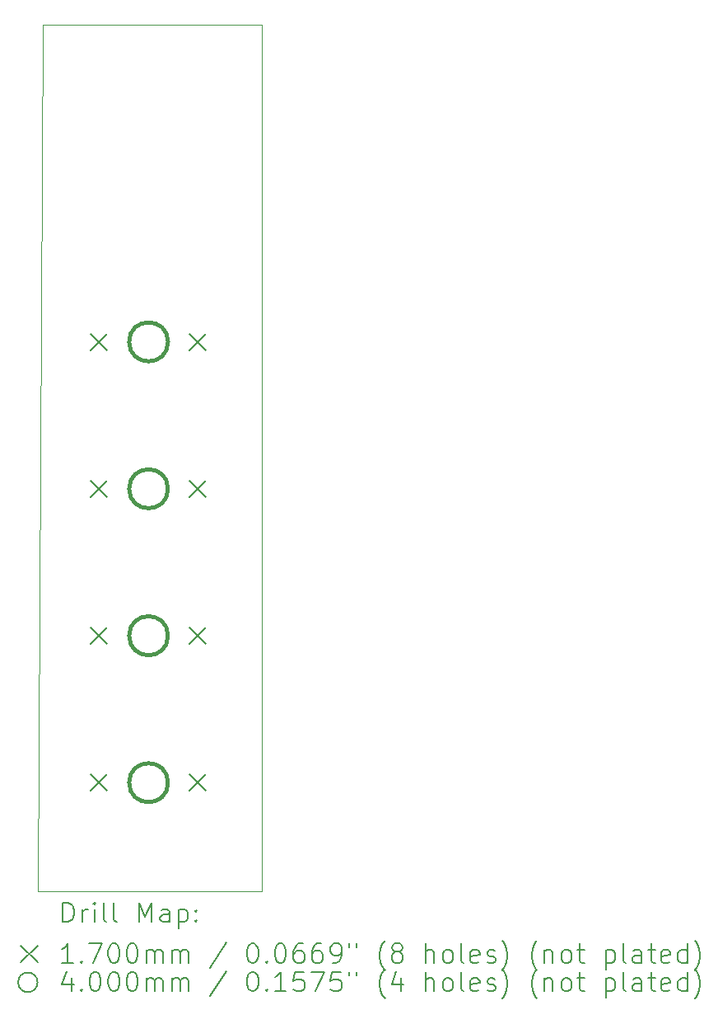
<source format=gbr>
%TF.GenerationSoftware,KiCad,Pcbnew,8.0.8*%
%TF.CreationDate,2025-02-09T21:16:31+00:00*%
%TF.ProjectId,MacroPadPCB,4d616372-6f50-4616-9450-43422e6b6963,rev?*%
%TF.SameCoordinates,Original*%
%TF.FileFunction,Drillmap*%
%TF.FilePolarity,Positive*%
%FSLAX45Y45*%
G04 Gerber Fmt 4.5, Leading zero omitted, Abs format (unit mm)*
G04 Created by KiCad (PCBNEW 8.0.8) date 2025-02-09 21:16:31*
%MOMM*%
%LPD*%
G01*
G04 APERTURE LIST*
%ADD10C,0.050000*%
%ADD11C,0.200000*%
%ADD12C,0.170000*%
%ADD13C,0.400000*%
G04 APERTURE END LIST*
D10*
X14150000Y-4750000D02*
X14150000Y-13650000D01*
X14150000Y-13650000D02*
X11850000Y-13650000D01*
X11900000Y-4750000D02*
X14150000Y-4750000D01*
X11850000Y-13650000D02*
X11900000Y-4750000D01*
D11*
D12*
X12396099Y-7920420D02*
X12566099Y-8090420D01*
X12566099Y-7920420D02*
X12396099Y-8090420D01*
X12396099Y-9429420D02*
X12566099Y-9599420D01*
X12566099Y-9429420D02*
X12396099Y-9599420D01*
X12396099Y-10938420D02*
X12566099Y-11108420D01*
X12566099Y-10938420D02*
X12396099Y-11108420D01*
X12396099Y-12447420D02*
X12566099Y-12617420D01*
X12566099Y-12447420D02*
X12396099Y-12617420D01*
X13412099Y-7920420D02*
X13582099Y-8090420D01*
X13582099Y-7920420D02*
X13412099Y-8090420D01*
X13412099Y-9429420D02*
X13582099Y-9599420D01*
X13582099Y-9429420D02*
X13412099Y-9599420D01*
X13412099Y-10938420D02*
X13582099Y-11108420D01*
X13582099Y-10938420D02*
X13412099Y-11108420D01*
X13412099Y-12447420D02*
X13582099Y-12617420D01*
X13582099Y-12447420D02*
X13412099Y-12617420D01*
D13*
X13189099Y-8005420D02*
G75*
G02*
X12789099Y-8005420I-200000J0D01*
G01*
X12789099Y-8005420D02*
G75*
G02*
X13189099Y-8005420I200000J0D01*
G01*
X13189099Y-9514420D02*
G75*
G02*
X12789099Y-9514420I-200000J0D01*
G01*
X12789099Y-9514420D02*
G75*
G02*
X13189099Y-9514420I200000J0D01*
G01*
X13189099Y-11023420D02*
G75*
G02*
X12789099Y-11023420I-200000J0D01*
G01*
X12789099Y-11023420D02*
G75*
G02*
X13189099Y-11023420I200000J0D01*
G01*
X13189099Y-12532420D02*
G75*
G02*
X12789099Y-12532420I-200000J0D01*
G01*
X12789099Y-12532420D02*
G75*
G02*
X13189099Y-12532420I200000J0D01*
G01*
D11*
X12108277Y-13963984D02*
X12108277Y-13763984D01*
X12108277Y-13763984D02*
X12155896Y-13763984D01*
X12155896Y-13763984D02*
X12184467Y-13773508D01*
X12184467Y-13773508D02*
X12203515Y-13792555D01*
X12203515Y-13792555D02*
X12213039Y-13811603D01*
X12213039Y-13811603D02*
X12222562Y-13849698D01*
X12222562Y-13849698D02*
X12222562Y-13878269D01*
X12222562Y-13878269D02*
X12213039Y-13916365D01*
X12213039Y-13916365D02*
X12203515Y-13935412D01*
X12203515Y-13935412D02*
X12184467Y-13954460D01*
X12184467Y-13954460D02*
X12155896Y-13963984D01*
X12155896Y-13963984D02*
X12108277Y-13963984D01*
X12308277Y-13963984D02*
X12308277Y-13830650D01*
X12308277Y-13868746D02*
X12317801Y-13849698D01*
X12317801Y-13849698D02*
X12327324Y-13840174D01*
X12327324Y-13840174D02*
X12346372Y-13830650D01*
X12346372Y-13830650D02*
X12365420Y-13830650D01*
X12432086Y-13963984D02*
X12432086Y-13830650D01*
X12432086Y-13763984D02*
X12422562Y-13773508D01*
X12422562Y-13773508D02*
X12432086Y-13783031D01*
X12432086Y-13783031D02*
X12441610Y-13773508D01*
X12441610Y-13773508D02*
X12432086Y-13763984D01*
X12432086Y-13763984D02*
X12432086Y-13783031D01*
X12555896Y-13963984D02*
X12536848Y-13954460D01*
X12536848Y-13954460D02*
X12527324Y-13935412D01*
X12527324Y-13935412D02*
X12527324Y-13763984D01*
X12660658Y-13963984D02*
X12641610Y-13954460D01*
X12641610Y-13954460D02*
X12632086Y-13935412D01*
X12632086Y-13935412D02*
X12632086Y-13763984D01*
X12889229Y-13963984D02*
X12889229Y-13763984D01*
X12889229Y-13763984D02*
X12955896Y-13906841D01*
X12955896Y-13906841D02*
X13022562Y-13763984D01*
X13022562Y-13763984D02*
X13022562Y-13963984D01*
X13203515Y-13963984D02*
X13203515Y-13859222D01*
X13203515Y-13859222D02*
X13193991Y-13840174D01*
X13193991Y-13840174D02*
X13174943Y-13830650D01*
X13174943Y-13830650D02*
X13136848Y-13830650D01*
X13136848Y-13830650D02*
X13117801Y-13840174D01*
X13203515Y-13954460D02*
X13184467Y-13963984D01*
X13184467Y-13963984D02*
X13136848Y-13963984D01*
X13136848Y-13963984D02*
X13117801Y-13954460D01*
X13117801Y-13954460D02*
X13108277Y-13935412D01*
X13108277Y-13935412D02*
X13108277Y-13916365D01*
X13108277Y-13916365D02*
X13117801Y-13897317D01*
X13117801Y-13897317D02*
X13136848Y-13887793D01*
X13136848Y-13887793D02*
X13184467Y-13887793D01*
X13184467Y-13887793D02*
X13203515Y-13878269D01*
X13298753Y-13830650D02*
X13298753Y-14030650D01*
X13298753Y-13840174D02*
X13317801Y-13830650D01*
X13317801Y-13830650D02*
X13355896Y-13830650D01*
X13355896Y-13830650D02*
X13374943Y-13840174D01*
X13374943Y-13840174D02*
X13384467Y-13849698D01*
X13384467Y-13849698D02*
X13393991Y-13868746D01*
X13393991Y-13868746D02*
X13393991Y-13925888D01*
X13393991Y-13925888D02*
X13384467Y-13944936D01*
X13384467Y-13944936D02*
X13374943Y-13954460D01*
X13374943Y-13954460D02*
X13355896Y-13963984D01*
X13355896Y-13963984D02*
X13317801Y-13963984D01*
X13317801Y-13963984D02*
X13298753Y-13954460D01*
X13479705Y-13944936D02*
X13489229Y-13954460D01*
X13489229Y-13954460D02*
X13479705Y-13963984D01*
X13479705Y-13963984D02*
X13470182Y-13954460D01*
X13470182Y-13954460D02*
X13479705Y-13944936D01*
X13479705Y-13944936D02*
X13479705Y-13963984D01*
X13479705Y-13840174D02*
X13489229Y-13849698D01*
X13489229Y-13849698D02*
X13479705Y-13859222D01*
X13479705Y-13859222D02*
X13470182Y-13849698D01*
X13470182Y-13849698D02*
X13479705Y-13840174D01*
X13479705Y-13840174D02*
X13479705Y-13859222D01*
D12*
X11677500Y-14207500D02*
X11847500Y-14377500D01*
X11847500Y-14207500D02*
X11677500Y-14377500D01*
D11*
X12213039Y-14383984D02*
X12098753Y-14383984D01*
X12155896Y-14383984D02*
X12155896Y-14183984D01*
X12155896Y-14183984D02*
X12136848Y-14212555D01*
X12136848Y-14212555D02*
X12117801Y-14231603D01*
X12117801Y-14231603D02*
X12098753Y-14241127D01*
X12298753Y-14364936D02*
X12308277Y-14374460D01*
X12308277Y-14374460D02*
X12298753Y-14383984D01*
X12298753Y-14383984D02*
X12289229Y-14374460D01*
X12289229Y-14374460D02*
X12298753Y-14364936D01*
X12298753Y-14364936D02*
X12298753Y-14383984D01*
X12374943Y-14183984D02*
X12508277Y-14183984D01*
X12508277Y-14183984D02*
X12422562Y-14383984D01*
X12622562Y-14183984D02*
X12641610Y-14183984D01*
X12641610Y-14183984D02*
X12660658Y-14193508D01*
X12660658Y-14193508D02*
X12670182Y-14203031D01*
X12670182Y-14203031D02*
X12679705Y-14222079D01*
X12679705Y-14222079D02*
X12689229Y-14260174D01*
X12689229Y-14260174D02*
X12689229Y-14307793D01*
X12689229Y-14307793D02*
X12679705Y-14345888D01*
X12679705Y-14345888D02*
X12670182Y-14364936D01*
X12670182Y-14364936D02*
X12660658Y-14374460D01*
X12660658Y-14374460D02*
X12641610Y-14383984D01*
X12641610Y-14383984D02*
X12622562Y-14383984D01*
X12622562Y-14383984D02*
X12603515Y-14374460D01*
X12603515Y-14374460D02*
X12593991Y-14364936D01*
X12593991Y-14364936D02*
X12584467Y-14345888D01*
X12584467Y-14345888D02*
X12574943Y-14307793D01*
X12574943Y-14307793D02*
X12574943Y-14260174D01*
X12574943Y-14260174D02*
X12584467Y-14222079D01*
X12584467Y-14222079D02*
X12593991Y-14203031D01*
X12593991Y-14203031D02*
X12603515Y-14193508D01*
X12603515Y-14193508D02*
X12622562Y-14183984D01*
X12813039Y-14183984D02*
X12832086Y-14183984D01*
X12832086Y-14183984D02*
X12851134Y-14193508D01*
X12851134Y-14193508D02*
X12860658Y-14203031D01*
X12860658Y-14203031D02*
X12870182Y-14222079D01*
X12870182Y-14222079D02*
X12879705Y-14260174D01*
X12879705Y-14260174D02*
X12879705Y-14307793D01*
X12879705Y-14307793D02*
X12870182Y-14345888D01*
X12870182Y-14345888D02*
X12860658Y-14364936D01*
X12860658Y-14364936D02*
X12851134Y-14374460D01*
X12851134Y-14374460D02*
X12832086Y-14383984D01*
X12832086Y-14383984D02*
X12813039Y-14383984D01*
X12813039Y-14383984D02*
X12793991Y-14374460D01*
X12793991Y-14374460D02*
X12784467Y-14364936D01*
X12784467Y-14364936D02*
X12774943Y-14345888D01*
X12774943Y-14345888D02*
X12765420Y-14307793D01*
X12765420Y-14307793D02*
X12765420Y-14260174D01*
X12765420Y-14260174D02*
X12774943Y-14222079D01*
X12774943Y-14222079D02*
X12784467Y-14203031D01*
X12784467Y-14203031D02*
X12793991Y-14193508D01*
X12793991Y-14193508D02*
X12813039Y-14183984D01*
X12965420Y-14383984D02*
X12965420Y-14250650D01*
X12965420Y-14269698D02*
X12974943Y-14260174D01*
X12974943Y-14260174D02*
X12993991Y-14250650D01*
X12993991Y-14250650D02*
X13022563Y-14250650D01*
X13022563Y-14250650D02*
X13041610Y-14260174D01*
X13041610Y-14260174D02*
X13051134Y-14279222D01*
X13051134Y-14279222D02*
X13051134Y-14383984D01*
X13051134Y-14279222D02*
X13060658Y-14260174D01*
X13060658Y-14260174D02*
X13079705Y-14250650D01*
X13079705Y-14250650D02*
X13108277Y-14250650D01*
X13108277Y-14250650D02*
X13127324Y-14260174D01*
X13127324Y-14260174D02*
X13136848Y-14279222D01*
X13136848Y-14279222D02*
X13136848Y-14383984D01*
X13232086Y-14383984D02*
X13232086Y-14250650D01*
X13232086Y-14269698D02*
X13241610Y-14260174D01*
X13241610Y-14260174D02*
X13260658Y-14250650D01*
X13260658Y-14250650D02*
X13289229Y-14250650D01*
X13289229Y-14250650D02*
X13308277Y-14260174D01*
X13308277Y-14260174D02*
X13317801Y-14279222D01*
X13317801Y-14279222D02*
X13317801Y-14383984D01*
X13317801Y-14279222D02*
X13327324Y-14260174D01*
X13327324Y-14260174D02*
X13346372Y-14250650D01*
X13346372Y-14250650D02*
X13374943Y-14250650D01*
X13374943Y-14250650D02*
X13393991Y-14260174D01*
X13393991Y-14260174D02*
X13403515Y-14279222D01*
X13403515Y-14279222D02*
X13403515Y-14383984D01*
X13793991Y-14174460D02*
X13622563Y-14431603D01*
X14051134Y-14183984D02*
X14070182Y-14183984D01*
X14070182Y-14183984D02*
X14089229Y-14193508D01*
X14089229Y-14193508D02*
X14098753Y-14203031D01*
X14098753Y-14203031D02*
X14108277Y-14222079D01*
X14108277Y-14222079D02*
X14117801Y-14260174D01*
X14117801Y-14260174D02*
X14117801Y-14307793D01*
X14117801Y-14307793D02*
X14108277Y-14345888D01*
X14108277Y-14345888D02*
X14098753Y-14364936D01*
X14098753Y-14364936D02*
X14089229Y-14374460D01*
X14089229Y-14374460D02*
X14070182Y-14383984D01*
X14070182Y-14383984D02*
X14051134Y-14383984D01*
X14051134Y-14383984D02*
X14032086Y-14374460D01*
X14032086Y-14374460D02*
X14022563Y-14364936D01*
X14022563Y-14364936D02*
X14013039Y-14345888D01*
X14013039Y-14345888D02*
X14003515Y-14307793D01*
X14003515Y-14307793D02*
X14003515Y-14260174D01*
X14003515Y-14260174D02*
X14013039Y-14222079D01*
X14013039Y-14222079D02*
X14022563Y-14203031D01*
X14022563Y-14203031D02*
X14032086Y-14193508D01*
X14032086Y-14193508D02*
X14051134Y-14183984D01*
X14203515Y-14364936D02*
X14213039Y-14374460D01*
X14213039Y-14374460D02*
X14203515Y-14383984D01*
X14203515Y-14383984D02*
X14193991Y-14374460D01*
X14193991Y-14374460D02*
X14203515Y-14364936D01*
X14203515Y-14364936D02*
X14203515Y-14383984D01*
X14336848Y-14183984D02*
X14355896Y-14183984D01*
X14355896Y-14183984D02*
X14374944Y-14193508D01*
X14374944Y-14193508D02*
X14384467Y-14203031D01*
X14384467Y-14203031D02*
X14393991Y-14222079D01*
X14393991Y-14222079D02*
X14403515Y-14260174D01*
X14403515Y-14260174D02*
X14403515Y-14307793D01*
X14403515Y-14307793D02*
X14393991Y-14345888D01*
X14393991Y-14345888D02*
X14384467Y-14364936D01*
X14384467Y-14364936D02*
X14374944Y-14374460D01*
X14374944Y-14374460D02*
X14355896Y-14383984D01*
X14355896Y-14383984D02*
X14336848Y-14383984D01*
X14336848Y-14383984D02*
X14317801Y-14374460D01*
X14317801Y-14374460D02*
X14308277Y-14364936D01*
X14308277Y-14364936D02*
X14298753Y-14345888D01*
X14298753Y-14345888D02*
X14289229Y-14307793D01*
X14289229Y-14307793D02*
X14289229Y-14260174D01*
X14289229Y-14260174D02*
X14298753Y-14222079D01*
X14298753Y-14222079D02*
X14308277Y-14203031D01*
X14308277Y-14203031D02*
X14317801Y-14193508D01*
X14317801Y-14193508D02*
X14336848Y-14183984D01*
X14574944Y-14183984D02*
X14536848Y-14183984D01*
X14536848Y-14183984D02*
X14517801Y-14193508D01*
X14517801Y-14193508D02*
X14508277Y-14203031D01*
X14508277Y-14203031D02*
X14489229Y-14231603D01*
X14489229Y-14231603D02*
X14479706Y-14269698D01*
X14479706Y-14269698D02*
X14479706Y-14345888D01*
X14479706Y-14345888D02*
X14489229Y-14364936D01*
X14489229Y-14364936D02*
X14498753Y-14374460D01*
X14498753Y-14374460D02*
X14517801Y-14383984D01*
X14517801Y-14383984D02*
X14555896Y-14383984D01*
X14555896Y-14383984D02*
X14574944Y-14374460D01*
X14574944Y-14374460D02*
X14584467Y-14364936D01*
X14584467Y-14364936D02*
X14593991Y-14345888D01*
X14593991Y-14345888D02*
X14593991Y-14298269D01*
X14593991Y-14298269D02*
X14584467Y-14279222D01*
X14584467Y-14279222D02*
X14574944Y-14269698D01*
X14574944Y-14269698D02*
X14555896Y-14260174D01*
X14555896Y-14260174D02*
X14517801Y-14260174D01*
X14517801Y-14260174D02*
X14498753Y-14269698D01*
X14498753Y-14269698D02*
X14489229Y-14279222D01*
X14489229Y-14279222D02*
X14479706Y-14298269D01*
X14765420Y-14183984D02*
X14727325Y-14183984D01*
X14727325Y-14183984D02*
X14708277Y-14193508D01*
X14708277Y-14193508D02*
X14698753Y-14203031D01*
X14698753Y-14203031D02*
X14679706Y-14231603D01*
X14679706Y-14231603D02*
X14670182Y-14269698D01*
X14670182Y-14269698D02*
X14670182Y-14345888D01*
X14670182Y-14345888D02*
X14679706Y-14364936D01*
X14679706Y-14364936D02*
X14689229Y-14374460D01*
X14689229Y-14374460D02*
X14708277Y-14383984D01*
X14708277Y-14383984D02*
X14746372Y-14383984D01*
X14746372Y-14383984D02*
X14765420Y-14374460D01*
X14765420Y-14374460D02*
X14774944Y-14364936D01*
X14774944Y-14364936D02*
X14784467Y-14345888D01*
X14784467Y-14345888D02*
X14784467Y-14298269D01*
X14784467Y-14298269D02*
X14774944Y-14279222D01*
X14774944Y-14279222D02*
X14765420Y-14269698D01*
X14765420Y-14269698D02*
X14746372Y-14260174D01*
X14746372Y-14260174D02*
X14708277Y-14260174D01*
X14708277Y-14260174D02*
X14689229Y-14269698D01*
X14689229Y-14269698D02*
X14679706Y-14279222D01*
X14679706Y-14279222D02*
X14670182Y-14298269D01*
X14879706Y-14383984D02*
X14917801Y-14383984D01*
X14917801Y-14383984D02*
X14936848Y-14374460D01*
X14936848Y-14374460D02*
X14946372Y-14364936D01*
X14946372Y-14364936D02*
X14965420Y-14336365D01*
X14965420Y-14336365D02*
X14974944Y-14298269D01*
X14974944Y-14298269D02*
X14974944Y-14222079D01*
X14974944Y-14222079D02*
X14965420Y-14203031D01*
X14965420Y-14203031D02*
X14955896Y-14193508D01*
X14955896Y-14193508D02*
X14936848Y-14183984D01*
X14936848Y-14183984D02*
X14898753Y-14183984D01*
X14898753Y-14183984D02*
X14879706Y-14193508D01*
X14879706Y-14193508D02*
X14870182Y-14203031D01*
X14870182Y-14203031D02*
X14860658Y-14222079D01*
X14860658Y-14222079D02*
X14860658Y-14269698D01*
X14860658Y-14269698D02*
X14870182Y-14288746D01*
X14870182Y-14288746D02*
X14879706Y-14298269D01*
X14879706Y-14298269D02*
X14898753Y-14307793D01*
X14898753Y-14307793D02*
X14936848Y-14307793D01*
X14936848Y-14307793D02*
X14955896Y-14298269D01*
X14955896Y-14298269D02*
X14965420Y-14288746D01*
X14965420Y-14288746D02*
X14974944Y-14269698D01*
X15051134Y-14183984D02*
X15051134Y-14222079D01*
X15127325Y-14183984D02*
X15127325Y-14222079D01*
X15422563Y-14460174D02*
X15413039Y-14450650D01*
X15413039Y-14450650D02*
X15393991Y-14422079D01*
X15393991Y-14422079D02*
X15384468Y-14403031D01*
X15384468Y-14403031D02*
X15374944Y-14374460D01*
X15374944Y-14374460D02*
X15365420Y-14326841D01*
X15365420Y-14326841D02*
X15365420Y-14288746D01*
X15365420Y-14288746D02*
X15374944Y-14241127D01*
X15374944Y-14241127D02*
X15384468Y-14212555D01*
X15384468Y-14212555D02*
X15393991Y-14193508D01*
X15393991Y-14193508D02*
X15413039Y-14164936D01*
X15413039Y-14164936D02*
X15422563Y-14155412D01*
X15527325Y-14269698D02*
X15508277Y-14260174D01*
X15508277Y-14260174D02*
X15498753Y-14250650D01*
X15498753Y-14250650D02*
X15489229Y-14231603D01*
X15489229Y-14231603D02*
X15489229Y-14222079D01*
X15489229Y-14222079D02*
X15498753Y-14203031D01*
X15498753Y-14203031D02*
X15508277Y-14193508D01*
X15508277Y-14193508D02*
X15527325Y-14183984D01*
X15527325Y-14183984D02*
X15565420Y-14183984D01*
X15565420Y-14183984D02*
X15584468Y-14193508D01*
X15584468Y-14193508D02*
X15593991Y-14203031D01*
X15593991Y-14203031D02*
X15603515Y-14222079D01*
X15603515Y-14222079D02*
X15603515Y-14231603D01*
X15603515Y-14231603D02*
X15593991Y-14250650D01*
X15593991Y-14250650D02*
X15584468Y-14260174D01*
X15584468Y-14260174D02*
X15565420Y-14269698D01*
X15565420Y-14269698D02*
X15527325Y-14269698D01*
X15527325Y-14269698D02*
X15508277Y-14279222D01*
X15508277Y-14279222D02*
X15498753Y-14288746D01*
X15498753Y-14288746D02*
X15489229Y-14307793D01*
X15489229Y-14307793D02*
X15489229Y-14345888D01*
X15489229Y-14345888D02*
X15498753Y-14364936D01*
X15498753Y-14364936D02*
X15508277Y-14374460D01*
X15508277Y-14374460D02*
X15527325Y-14383984D01*
X15527325Y-14383984D02*
X15565420Y-14383984D01*
X15565420Y-14383984D02*
X15584468Y-14374460D01*
X15584468Y-14374460D02*
X15593991Y-14364936D01*
X15593991Y-14364936D02*
X15603515Y-14345888D01*
X15603515Y-14345888D02*
X15603515Y-14307793D01*
X15603515Y-14307793D02*
X15593991Y-14288746D01*
X15593991Y-14288746D02*
X15584468Y-14279222D01*
X15584468Y-14279222D02*
X15565420Y-14269698D01*
X15841610Y-14383984D02*
X15841610Y-14183984D01*
X15927325Y-14383984D02*
X15927325Y-14279222D01*
X15927325Y-14279222D02*
X15917801Y-14260174D01*
X15917801Y-14260174D02*
X15898753Y-14250650D01*
X15898753Y-14250650D02*
X15870182Y-14250650D01*
X15870182Y-14250650D02*
X15851134Y-14260174D01*
X15851134Y-14260174D02*
X15841610Y-14269698D01*
X16051134Y-14383984D02*
X16032087Y-14374460D01*
X16032087Y-14374460D02*
X16022563Y-14364936D01*
X16022563Y-14364936D02*
X16013039Y-14345888D01*
X16013039Y-14345888D02*
X16013039Y-14288746D01*
X16013039Y-14288746D02*
X16022563Y-14269698D01*
X16022563Y-14269698D02*
X16032087Y-14260174D01*
X16032087Y-14260174D02*
X16051134Y-14250650D01*
X16051134Y-14250650D02*
X16079706Y-14250650D01*
X16079706Y-14250650D02*
X16098753Y-14260174D01*
X16098753Y-14260174D02*
X16108277Y-14269698D01*
X16108277Y-14269698D02*
X16117801Y-14288746D01*
X16117801Y-14288746D02*
X16117801Y-14345888D01*
X16117801Y-14345888D02*
X16108277Y-14364936D01*
X16108277Y-14364936D02*
X16098753Y-14374460D01*
X16098753Y-14374460D02*
X16079706Y-14383984D01*
X16079706Y-14383984D02*
X16051134Y-14383984D01*
X16232087Y-14383984D02*
X16213039Y-14374460D01*
X16213039Y-14374460D02*
X16203515Y-14355412D01*
X16203515Y-14355412D02*
X16203515Y-14183984D01*
X16384468Y-14374460D02*
X16365420Y-14383984D01*
X16365420Y-14383984D02*
X16327325Y-14383984D01*
X16327325Y-14383984D02*
X16308277Y-14374460D01*
X16308277Y-14374460D02*
X16298753Y-14355412D01*
X16298753Y-14355412D02*
X16298753Y-14279222D01*
X16298753Y-14279222D02*
X16308277Y-14260174D01*
X16308277Y-14260174D02*
X16327325Y-14250650D01*
X16327325Y-14250650D02*
X16365420Y-14250650D01*
X16365420Y-14250650D02*
X16384468Y-14260174D01*
X16384468Y-14260174D02*
X16393991Y-14279222D01*
X16393991Y-14279222D02*
X16393991Y-14298269D01*
X16393991Y-14298269D02*
X16298753Y-14317317D01*
X16470182Y-14374460D02*
X16489230Y-14383984D01*
X16489230Y-14383984D02*
X16527325Y-14383984D01*
X16527325Y-14383984D02*
X16546372Y-14374460D01*
X16546372Y-14374460D02*
X16555896Y-14355412D01*
X16555896Y-14355412D02*
X16555896Y-14345888D01*
X16555896Y-14345888D02*
X16546372Y-14326841D01*
X16546372Y-14326841D02*
X16527325Y-14317317D01*
X16527325Y-14317317D02*
X16498753Y-14317317D01*
X16498753Y-14317317D02*
X16479706Y-14307793D01*
X16479706Y-14307793D02*
X16470182Y-14288746D01*
X16470182Y-14288746D02*
X16470182Y-14279222D01*
X16470182Y-14279222D02*
X16479706Y-14260174D01*
X16479706Y-14260174D02*
X16498753Y-14250650D01*
X16498753Y-14250650D02*
X16527325Y-14250650D01*
X16527325Y-14250650D02*
X16546372Y-14260174D01*
X16622563Y-14460174D02*
X16632087Y-14450650D01*
X16632087Y-14450650D02*
X16651134Y-14422079D01*
X16651134Y-14422079D02*
X16660658Y-14403031D01*
X16660658Y-14403031D02*
X16670182Y-14374460D01*
X16670182Y-14374460D02*
X16679706Y-14326841D01*
X16679706Y-14326841D02*
X16679706Y-14288746D01*
X16679706Y-14288746D02*
X16670182Y-14241127D01*
X16670182Y-14241127D02*
X16660658Y-14212555D01*
X16660658Y-14212555D02*
X16651134Y-14193508D01*
X16651134Y-14193508D02*
X16632087Y-14164936D01*
X16632087Y-14164936D02*
X16622563Y-14155412D01*
X16984468Y-14460174D02*
X16974944Y-14450650D01*
X16974944Y-14450650D02*
X16955896Y-14422079D01*
X16955896Y-14422079D02*
X16946373Y-14403031D01*
X16946373Y-14403031D02*
X16936849Y-14374460D01*
X16936849Y-14374460D02*
X16927325Y-14326841D01*
X16927325Y-14326841D02*
X16927325Y-14288746D01*
X16927325Y-14288746D02*
X16936849Y-14241127D01*
X16936849Y-14241127D02*
X16946373Y-14212555D01*
X16946373Y-14212555D02*
X16955896Y-14193508D01*
X16955896Y-14193508D02*
X16974944Y-14164936D01*
X16974944Y-14164936D02*
X16984468Y-14155412D01*
X17060658Y-14250650D02*
X17060658Y-14383984D01*
X17060658Y-14269698D02*
X17070182Y-14260174D01*
X17070182Y-14260174D02*
X17089230Y-14250650D01*
X17089230Y-14250650D02*
X17117801Y-14250650D01*
X17117801Y-14250650D02*
X17136849Y-14260174D01*
X17136849Y-14260174D02*
X17146373Y-14279222D01*
X17146373Y-14279222D02*
X17146373Y-14383984D01*
X17270182Y-14383984D02*
X17251134Y-14374460D01*
X17251134Y-14374460D02*
X17241611Y-14364936D01*
X17241611Y-14364936D02*
X17232087Y-14345888D01*
X17232087Y-14345888D02*
X17232087Y-14288746D01*
X17232087Y-14288746D02*
X17241611Y-14269698D01*
X17241611Y-14269698D02*
X17251134Y-14260174D01*
X17251134Y-14260174D02*
X17270182Y-14250650D01*
X17270182Y-14250650D02*
X17298754Y-14250650D01*
X17298754Y-14250650D02*
X17317801Y-14260174D01*
X17317801Y-14260174D02*
X17327325Y-14269698D01*
X17327325Y-14269698D02*
X17336849Y-14288746D01*
X17336849Y-14288746D02*
X17336849Y-14345888D01*
X17336849Y-14345888D02*
X17327325Y-14364936D01*
X17327325Y-14364936D02*
X17317801Y-14374460D01*
X17317801Y-14374460D02*
X17298754Y-14383984D01*
X17298754Y-14383984D02*
X17270182Y-14383984D01*
X17393992Y-14250650D02*
X17470182Y-14250650D01*
X17422563Y-14183984D02*
X17422563Y-14355412D01*
X17422563Y-14355412D02*
X17432087Y-14374460D01*
X17432087Y-14374460D02*
X17451134Y-14383984D01*
X17451134Y-14383984D02*
X17470182Y-14383984D01*
X17689230Y-14250650D02*
X17689230Y-14450650D01*
X17689230Y-14260174D02*
X17708277Y-14250650D01*
X17708277Y-14250650D02*
X17746373Y-14250650D01*
X17746373Y-14250650D02*
X17765420Y-14260174D01*
X17765420Y-14260174D02*
X17774944Y-14269698D01*
X17774944Y-14269698D02*
X17784468Y-14288746D01*
X17784468Y-14288746D02*
X17784468Y-14345888D01*
X17784468Y-14345888D02*
X17774944Y-14364936D01*
X17774944Y-14364936D02*
X17765420Y-14374460D01*
X17765420Y-14374460D02*
X17746373Y-14383984D01*
X17746373Y-14383984D02*
X17708277Y-14383984D01*
X17708277Y-14383984D02*
X17689230Y-14374460D01*
X17898754Y-14383984D02*
X17879706Y-14374460D01*
X17879706Y-14374460D02*
X17870182Y-14355412D01*
X17870182Y-14355412D02*
X17870182Y-14183984D01*
X18060658Y-14383984D02*
X18060658Y-14279222D01*
X18060658Y-14279222D02*
X18051135Y-14260174D01*
X18051135Y-14260174D02*
X18032087Y-14250650D01*
X18032087Y-14250650D02*
X17993992Y-14250650D01*
X17993992Y-14250650D02*
X17974944Y-14260174D01*
X18060658Y-14374460D02*
X18041611Y-14383984D01*
X18041611Y-14383984D02*
X17993992Y-14383984D01*
X17993992Y-14383984D02*
X17974944Y-14374460D01*
X17974944Y-14374460D02*
X17965420Y-14355412D01*
X17965420Y-14355412D02*
X17965420Y-14336365D01*
X17965420Y-14336365D02*
X17974944Y-14317317D01*
X17974944Y-14317317D02*
X17993992Y-14307793D01*
X17993992Y-14307793D02*
X18041611Y-14307793D01*
X18041611Y-14307793D02*
X18060658Y-14298269D01*
X18127325Y-14250650D02*
X18203515Y-14250650D01*
X18155896Y-14183984D02*
X18155896Y-14355412D01*
X18155896Y-14355412D02*
X18165420Y-14374460D01*
X18165420Y-14374460D02*
X18184468Y-14383984D01*
X18184468Y-14383984D02*
X18203515Y-14383984D01*
X18346373Y-14374460D02*
X18327325Y-14383984D01*
X18327325Y-14383984D02*
X18289230Y-14383984D01*
X18289230Y-14383984D02*
X18270182Y-14374460D01*
X18270182Y-14374460D02*
X18260658Y-14355412D01*
X18260658Y-14355412D02*
X18260658Y-14279222D01*
X18260658Y-14279222D02*
X18270182Y-14260174D01*
X18270182Y-14260174D02*
X18289230Y-14250650D01*
X18289230Y-14250650D02*
X18327325Y-14250650D01*
X18327325Y-14250650D02*
X18346373Y-14260174D01*
X18346373Y-14260174D02*
X18355896Y-14279222D01*
X18355896Y-14279222D02*
X18355896Y-14298269D01*
X18355896Y-14298269D02*
X18260658Y-14317317D01*
X18527325Y-14383984D02*
X18527325Y-14183984D01*
X18527325Y-14374460D02*
X18508277Y-14383984D01*
X18508277Y-14383984D02*
X18470182Y-14383984D01*
X18470182Y-14383984D02*
X18451135Y-14374460D01*
X18451135Y-14374460D02*
X18441611Y-14364936D01*
X18441611Y-14364936D02*
X18432087Y-14345888D01*
X18432087Y-14345888D02*
X18432087Y-14288746D01*
X18432087Y-14288746D02*
X18441611Y-14269698D01*
X18441611Y-14269698D02*
X18451135Y-14260174D01*
X18451135Y-14260174D02*
X18470182Y-14250650D01*
X18470182Y-14250650D02*
X18508277Y-14250650D01*
X18508277Y-14250650D02*
X18527325Y-14260174D01*
X18603516Y-14460174D02*
X18613039Y-14450650D01*
X18613039Y-14450650D02*
X18632087Y-14422079D01*
X18632087Y-14422079D02*
X18641611Y-14403031D01*
X18641611Y-14403031D02*
X18651135Y-14374460D01*
X18651135Y-14374460D02*
X18660658Y-14326841D01*
X18660658Y-14326841D02*
X18660658Y-14288746D01*
X18660658Y-14288746D02*
X18651135Y-14241127D01*
X18651135Y-14241127D02*
X18641611Y-14212555D01*
X18641611Y-14212555D02*
X18632087Y-14193508D01*
X18632087Y-14193508D02*
X18613039Y-14164936D01*
X18613039Y-14164936D02*
X18603516Y-14155412D01*
X11847500Y-14582500D02*
G75*
G02*
X11647500Y-14582500I-100000J0D01*
G01*
X11647500Y-14582500D02*
G75*
G02*
X11847500Y-14582500I100000J0D01*
G01*
X12193991Y-14540650D02*
X12193991Y-14673984D01*
X12146372Y-14464460D02*
X12098753Y-14607317D01*
X12098753Y-14607317D02*
X12222562Y-14607317D01*
X12298753Y-14654936D02*
X12308277Y-14664460D01*
X12308277Y-14664460D02*
X12298753Y-14673984D01*
X12298753Y-14673984D02*
X12289229Y-14664460D01*
X12289229Y-14664460D02*
X12298753Y-14654936D01*
X12298753Y-14654936D02*
X12298753Y-14673984D01*
X12432086Y-14473984D02*
X12451134Y-14473984D01*
X12451134Y-14473984D02*
X12470182Y-14483508D01*
X12470182Y-14483508D02*
X12479705Y-14493031D01*
X12479705Y-14493031D02*
X12489229Y-14512079D01*
X12489229Y-14512079D02*
X12498753Y-14550174D01*
X12498753Y-14550174D02*
X12498753Y-14597793D01*
X12498753Y-14597793D02*
X12489229Y-14635888D01*
X12489229Y-14635888D02*
X12479705Y-14654936D01*
X12479705Y-14654936D02*
X12470182Y-14664460D01*
X12470182Y-14664460D02*
X12451134Y-14673984D01*
X12451134Y-14673984D02*
X12432086Y-14673984D01*
X12432086Y-14673984D02*
X12413039Y-14664460D01*
X12413039Y-14664460D02*
X12403515Y-14654936D01*
X12403515Y-14654936D02*
X12393991Y-14635888D01*
X12393991Y-14635888D02*
X12384467Y-14597793D01*
X12384467Y-14597793D02*
X12384467Y-14550174D01*
X12384467Y-14550174D02*
X12393991Y-14512079D01*
X12393991Y-14512079D02*
X12403515Y-14493031D01*
X12403515Y-14493031D02*
X12413039Y-14483508D01*
X12413039Y-14483508D02*
X12432086Y-14473984D01*
X12622562Y-14473984D02*
X12641610Y-14473984D01*
X12641610Y-14473984D02*
X12660658Y-14483508D01*
X12660658Y-14483508D02*
X12670182Y-14493031D01*
X12670182Y-14493031D02*
X12679705Y-14512079D01*
X12679705Y-14512079D02*
X12689229Y-14550174D01*
X12689229Y-14550174D02*
X12689229Y-14597793D01*
X12689229Y-14597793D02*
X12679705Y-14635888D01*
X12679705Y-14635888D02*
X12670182Y-14654936D01*
X12670182Y-14654936D02*
X12660658Y-14664460D01*
X12660658Y-14664460D02*
X12641610Y-14673984D01*
X12641610Y-14673984D02*
X12622562Y-14673984D01*
X12622562Y-14673984D02*
X12603515Y-14664460D01*
X12603515Y-14664460D02*
X12593991Y-14654936D01*
X12593991Y-14654936D02*
X12584467Y-14635888D01*
X12584467Y-14635888D02*
X12574943Y-14597793D01*
X12574943Y-14597793D02*
X12574943Y-14550174D01*
X12574943Y-14550174D02*
X12584467Y-14512079D01*
X12584467Y-14512079D02*
X12593991Y-14493031D01*
X12593991Y-14493031D02*
X12603515Y-14483508D01*
X12603515Y-14483508D02*
X12622562Y-14473984D01*
X12813039Y-14473984D02*
X12832086Y-14473984D01*
X12832086Y-14473984D02*
X12851134Y-14483508D01*
X12851134Y-14483508D02*
X12860658Y-14493031D01*
X12860658Y-14493031D02*
X12870182Y-14512079D01*
X12870182Y-14512079D02*
X12879705Y-14550174D01*
X12879705Y-14550174D02*
X12879705Y-14597793D01*
X12879705Y-14597793D02*
X12870182Y-14635888D01*
X12870182Y-14635888D02*
X12860658Y-14654936D01*
X12860658Y-14654936D02*
X12851134Y-14664460D01*
X12851134Y-14664460D02*
X12832086Y-14673984D01*
X12832086Y-14673984D02*
X12813039Y-14673984D01*
X12813039Y-14673984D02*
X12793991Y-14664460D01*
X12793991Y-14664460D02*
X12784467Y-14654936D01*
X12784467Y-14654936D02*
X12774943Y-14635888D01*
X12774943Y-14635888D02*
X12765420Y-14597793D01*
X12765420Y-14597793D02*
X12765420Y-14550174D01*
X12765420Y-14550174D02*
X12774943Y-14512079D01*
X12774943Y-14512079D02*
X12784467Y-14493031D01*
X12784467Y-14493031D02*
X12793991Y-14483508D01*
X12793991Y-14483508D02*
X12813039Y-14473984D01*
X12965420Y-14673984D02*
X12965420Y-14540650D01*
X12965420Y-14559698D02*
X12974943Y-14550174D01*
X12974943Y-14550174D02*
X12993991Y-14540650D01*
X12993991Y-14540650D02*
X13022563Y-14540650D01*
X13022563Y-14540650D02*
X13041610Y-14550174D01*
X13041610Y-14550174D02*
X13051134Y-14569222D01*
X13051134Y-14569222D02*
X13051134Y-14673984D01*
X13051134Y-14569222D02*
X13060658Y-14550174D01*
X13060658Y-14550174D02*
X13079705Y-14540650D01*
X13079705Y-14540650D02*
X13108277Y-14540650D01*
X13108277Y-14540650D02*
X13127324Y-14550174D01*
X13127324Y-14550174D02*
X13136848Y-14569222D01*
X13136848Y-14569222D02*
X13136848Y-14673984D01*
X13232086Y-14673984D02*
X13232086Y-14540650D01*
X13232086Y-14559698D02*
X13241610Y-14550174D01*
X13241610Y-14550174D02*
X13260658Y-14540650D01*
X13260658Y-14540650D02*
X13289229Y-14540650D01*
X13289229Y-14540650D02*
X13308277Y-14550174D01*
X13308277Y-14550174D02*
X13317801Y-14569222D01*
X13317801Y-14569222D02*
X13317801Y-14673984D01*
X13317801Y-14569222D02*
X13327324Y-14550174D01*
X13327324Y-14550174D02*
X13346372Y-14540650D01*
X13346372Y-14540650D02*
X13374943Y-14540650D01*
X13374943Y-14540650D02*
X13393991Y-14550174D01*
X13393991Y-14550174D02*
X13403515Y-14569222D01*
X13403515Y-14569222D02*
X13403515Y-14673984D01*
X13793991Y-14464460D02*
X13622563Y-14721603D01*
X14051134Y-14473984D02*
X14070182Y-14473984D01*
X14070182Y-14473984D02*
X14089229Y-14483508D01*
X14089229Y-14483508D02*
X14098753Y-14493031D01*
X14098753Y-14493031D02*
X14108277Y-14512079D01*
X14108277Y-14512079D02*
X14117801Y-14550174D01*
X14117801Y-14550174D02*
X14117801Y-14597793D01*
X14117801Y-14597793D02*
X14108277Y-14635888D01*
X14108277Y-14635888D02*
X14098753Y-14654936D01*
X14098753Y-14654936D02*
X14089229Y-14664460D01*
X14089229Y-14664460D02*
X14070182Y-14673984D01*
X14070182Y-14673984D02*
X14051134Y-14673984D01*
X14051134Y-14673984D02*
X14032086Y-14664460D01*
X14032086Y-14664460D02*
X14022563Y-14654936D01*
X14022563Y-14654936D02*
X14013039Y-14635888D01*
X14013039Y-14635888D02*
X14003515Y-14597793D01*
X14003515Y-14597793D02*
X14003515Y-14550174D01*
X14003515Y-14550174D02*
X14013039Y-14512079D01*
X14013039Y-14512079D02*
X14022563Y-14493031D01*
X14022563Y-14493031D02*
X14032086Y-14483508D01*
X14032086Y-14483508D02*
X14051134Y-14473984D01*
X14203515Y-14654936D02*
X14213039Y-14664460D01*
X14213039Y-14664460D02*
X14203515Y-14673984D01*
X14203515Y-14673984D02*
X14193991Y-14664460D01*
X14193991Y-14664460D02*
X14203515Y-14654936D01*
X14203515Y-14654936D02*
X14203515Y-14673984D01*
X14403515Y-14673984D02*
X14289229Y-14673984D01*
X14346372Y-14673984D02*
X14346372Y-14473984D01*
X14346372Y-14473984D02*
X14327325Y-14502555D01*
X14327325Y-14502555D02*
X14308277Y-14521603D01*
X14308277Y-14521603D02*
X14289229Y-14531127D01*
X14584467Y-14473984D02*
X14489229Y-14473984D01*
X14489229Y-14473984D02*
X14479706Y-14569222D01*
X14479706Y-14569222D02*
X14489229Y-14559698D01*
X14489229Y-14559698D02*
X14508277Y-14550174D01*
X14508277Y-14550174D02*
X14555896Y-14550174D01*
X14555896Y-14550174D02*
X14574944Y-14559698D01*
X14574944Y-14559698D02*
X14584467Y-14569222D01*
X14584467Y-14569222D02*
X14593991Y-14588269D01*
X14593991Y-14588269D02*
X14593991Y-14635888D01*
X14593991Y-14635888D02*
X14584467Y-14654936D01*
X14584467Y-14654936D02*
X14574944Y-14664460D01*
X14574944Y-14664460D02*
X14555896Y-14673984D01*
X14555896Y-14673984D02*
X14508277Y-14673984D01*
X14508277Y-14673984D02*
X14489229Y-14664460D01*
X14489229Y-14664460D02*
X14479706Y-14654936D01*
X14660658Y-14473984D02*
X14793991Y-14473984D01*
X14793991Y-14473984D02*
X14708277Y-14673984D01*
X14965420Y-14473984D02*
X14870182Y-14473984D01*
X14870182Y-14473984D02*
X14860658Y-14569222D01*
X14860658Y-14569222D02*
X14870182Y-14559698D01*
X14870182Y-14559698D02*
X14889229Y-14550174D01*
X14889229Y-14550174D02*
X14936848Y-14550174D01*
X14936848Y-14550174D02*
X14955896Y-14559698D01*
X14955896Y-14559698D02*
X14965420Y-14569222D01*
X14965420Y-14569222D02*
X14974944Y-14588269D01*
X14974944Y-14588269D02*
X14974944Y-14635888D01*
X14974944Y-14635888D02*
X14965420Y-14654936D01*
X14965420Y-14654936D02*
X14955896Y-14664460D01*
X14955896Y-14664460D02*
X14936848Y-14673984D01*
X14936848Y-14673984D02*
X14889229Y-14673984D01*
X14889229Y-14673984D02*
X14870182Y-14664460D01*
X14870182Y-14664460D02*
X14860658Y-14654936D01*
X15051134Y-14473984D02*
X15051134Y-14512079D01*
X15127325Y-14473984D02*
X15127325Y-14512079D01*
X15422563Y-14750174D02*
X15413039Y-14740650D01*
X15413039Y-14740650D02*
X15393991Y-14712079D01*
X15393991Y-14712079D02*
X15384468Y-14693031D01*
X15384468Y-14693031D02*
X15374944Y-14664460D01*
X15374944Y-14664460D02*
X15365420Y-14616841D01*
X15365420Y-14616841D02*
X15365420Y-14578746D01*
X15365420Y-14578746D02*
X15374944Y-14531127D01*
X15374944Y-14531127D02*
X15384468Y-14502555D01*
X15384468Y-14502555D02*
X15393991Y-14483508D01*
X15393991Y-14483508D02*
X15413039Y-14454936D01*
X15413039Y-14454936D02*
X15422563Y-14445412D01*
X15584468Y-14540650D02*
X15584468Y-14673984D01*
X15536848Y-14464460D02*
X15489229Y-14607317D01*
X15489229Y-14607317D02*
X15613039Y-14607317D01*
X15841610Y-14673984D02*
X15841610Y-14473984D01*
X15927325Y-14673984D02*
X15927325Y-14569222D01*
X15927325Y-14569222D02*
X15917801Y-14550174D01*
X15917801Y-14550174D02*
X15898753Y-14540650D01*
X15898753Y-14540650D02*
X15870182Y-14540650D01*
X15870182Y-14540650D02*
X15851134Y-14550174D01*
X15851134Y-14550174D02*
X15841610Y-14559698D01*
X16051134Y-14673984D02*
X16032087Y-14664460D01*
X16032087Y-14664460D02*
X16022563Y-14654936D01*
X16022563Y-14654936D02*
X16013039Y-14635888D01*
X16013039Y-14635888D02*
X16013039Y-14578746D01*
X16013039Y-14578746D02*
X16022563Y-14559698D01*
X16022563Y-14559698D02*
X16032087Y-14550174D01*
X16032087Y-14550174D02*
X16051134Y-14540650D01*
X16051134Y-14540650D02*
X16079706Y-14540650D01*
X16079706Y-14540650D02*
X16098753Y-14550174D01*
X16098753Y-14550174D02*
X16108277Y-14559698D01*
X16108277Y-14559698D02*
X16117801Y-14578746D01*
X16117801Y-14578746D02*
X16117801Y-14635888D01*
X16117801Y-14635888D02*
X16108277Y-14654936D01*
X16108277Y-14654936D02*
X16098753Y-14664460D01*
X16098753Y-14664460D02*
X16079706Y-14673984D01*
X16079706Y-14673984D02*
X16051134Y-14673984D01*
X16232087Y-14673984D02*
X16213039Y-14664460D01*
X16213039Y-14664460D02*
X16203515Y-14645412D01*
X16203515Y-14645412D02*
X16203515Y-14473984D01*
X16384468Y-14664460D02*
X16365420Y-14673984D01*
X16365420Y-14673984D02*
X16327325Y-14673984D01*
X16327325Y-14673984D02*
X16308277Y-14664460D01*
X16308277Y-14664460D02*
X16298753Y-14645412D01*
X16298753Y-14645412D02*
X16298753Y-14569222D01*
X16298753Y-14569222D02*
X16308277Y-14550174D01*
X16308277Y-14550174D02*
X16327325Y-14540650D01*
X16327325Y-14540650D02*
X16365420Y-14540650D01*
X16365420Y-14540650D02*
X16384468Y-14550174D01*
X16384468Y-14550174D02*
X16393991Y-14569222D01*
X16393991Y-14569222D02*
X16393991Y-14588269D01*
X16393991Y-14588269D02*
X16298753Y-14607317D01*
X16470182Y-14664460D02*
X16489230Y-14673984D01*
X16489230Y-14673984D02*
X16527325Y-14673984D01*
X16527325Y-14673984D02*
X16546372Y-14664460D01*
X16546372Y-14664460D02*
X16555896Y-14645412D01*
X16555896Y-14645412D02*
X16555896Y-14635888D01*
X16555896Y-14635888D02*
X16546372Y-14616841D01*
X16546372Y-14616841D02*
X16527325Y-14607317D01*
X16527325Y-14607317D02*
X16498753Y-14607317D01*
X16498753Y-14607317D02*
X16479706Y-14597793D01*
X16479706Y-14597793D02*
X16470182Y-14578746D01*
X16470182Y-14578746D02*
X16470182Y-14569222D01*
X16470182Y-14569222D02*
X16479706Y-14550174D01*
X16479706Y-14550174D02*
X16498753Y-14540650D01*
X16498753Y-14540650D02*
X16527325Y-14540650D01*
X16527325Y-14540650D02*
X16546372Y-14550174D01*
X16622563Y-14750174D02*
X16632087Y-14740650D01*
X16632087Y-14740650D02*
X16651134Y-14712079D01*
X16651134Y-14712079D02*
X16660658Y-14693031D01*
X16660658Y-14693031D02*
X16670182Y-14664460D01*
X16670182Y-14664460D02*
X16679706Y-14616841D01*
X16679706Y-14616841D02*
X16679706Y-14578746D01*
X16679706Y-14578746D02*
X16670182Y-14531127D01*
X16670182Y-14531127D02*
X16660658Y-14502555D01*
X16660658Y-14502555D02*
X16651134Y-14483508D01*
X16651134Y-14483508D02*
X16632087Y-14454936D01*
X16632087Y-14454936D02*
X16622563Y-14445412D01*
X16984468Y-14750174D02*
X16974944Y-14740650D01*
X16974944Y-14740650D02*
X16955896Y-14712079D01*
X16955896Y-14712079D02*
X16946373Y-14693031D01*
X16946373Y-14693031D02*
X16936849Y-14664460D01*
X16936849Y-14664460D02*
X16927325Y-14616841D01*
X16927325Y-14616841D02*
X16927325Y-14578746D01*
X16927325Y-14578746D02*
X16936849Y-14531127D01*
X16936849Y-14531127D02*
X16946373Y-14502555D01*
X16946373Y-14502555D02*
X16955896Y-14483508D01*
X16955896Y-14483508D02*
X16974944Y-14454936D01*
X16974944Y-14454936D02*
X16984468Y-14445412D01*
X17060658Y-14540650D02*
X17060658Y-14673984D01*
X17060658Y-14559698D02*
X17070182Y-14550174D01*
X17070182Y-14550174D02*
X17089230Y-14540650D01*
X17089230Y-14540650D02*
X17117801Y-14540650D01*
X17117801Y-14540650D02*
X17136849Y-14550174D01*
X17136849Y-14550174D02*
X17146373Y-14569222D01*
X17146373Y-14569222D02*
X17146373Y-14673984D01*
X17270182Y-14673984D02*
X17251134Y-14664460D01*
X17251134Y-14664460D02*
X17241611Y-14654936D01*
X17241611Y-14654936D02*
X17232087Y-14635888D01*
X17232087Y-14635888D02*
X17232087Y-14578746D01*
X17232087Y-14578746D02*
X17241611Y-14559698D01*
X17241611Y-14559698D02*
X17251134Y-14550174D01*
X17251134Y-14550174D02*
X17270182Y-14540650D01*
X17270182Y-14540650D02*
X17298754Y-14540650D01*
X17298754Y-14540650D02*
X17317801Y-14550174D01*
X17317801Y-14550174D02*
X17327325Y-14559698D01*
X17327325Y-14559698D02*
X17336849Y-14578746D01*
X17336849Y-14578746D02*
X17336849Y-14635888D01*
X17336849Y-14635888D02*
X17327325Y-14654936D01*
X17327325Y-14654936D02*
X17317801Y-14664460D01*
X17317801Y-14664460D02*
X17298754Y-14673984D01*
X17298754Y-14673984D02*
X17270182Y-14673984D01*
X17393992Y-14540650D02*
X17470182Y-14540650D01*
X17422563Y-14473984D02*
X17422563Y-14645412D01*
X17422563Y-14645412D02*
X17432087Y-14664460D01*
X17432087Y-14664460D02*
X17451134Y-14673984D01*
X17451134Y-14673984D02*
X17470182Y-14673984D01*
X17689230Y-14540650D02*
X17689230Y-14740650D01*
X17689230Y-14550174D02*
X17708277Y-14540650D01*
X17708277Y-14540650D02*
X17746373Y-14540650D01*
X17746373Y-14540650D02*
X17765420Y-14550174D01*
X17765420Y-14550174D02*
X17774944Y-14559698D01*
X17774944Y-14559698D02*
X17784468Y-14578746D01*
X17784468Y-14578746D02*
X17784468Y-14635888D01*
X17784468Y-14635888D02*
X17774944Y-14654936D01*
X17774944Y-14654936D02*
X17765420Y-14664460D01*
X17765420Y-14664460D02*
X17746373Y-14673984D01*
X17746373Y-14673984D02*
X17708277Y-14673984D01*
X17708277Y-14673984D02*
X17689230Y-14664460D01*
X17898754Y-14673984D02*
X17879706Y-14664460D01*
X17879706Y-14664460D02*
X17870182Y-14645412D01*
X17870182Y-14645412D02*
X17870182Y-14473984D01*
X18060658Y-14673984D02*
X18060658Y-14569222D01*
X18060658Y-14569222D02*
X18051135Y-14550174D01*
X18051135Y-14550174D02*
X18032087Y-14540650D01*
X18032087Y-14540650D02*
X17993992Y-14540650D01*
X17993992Y-14540650D02*
X17974944Y-14550174D01*
X18060658Y-14664460D02*
X18041611Y-14673984D01*
X18041611Y-14673984D02*
X17993992Y-14673984D01*
X17993992Y-14673984D02*
X17974944Y-14664460D01*
X17974944Y-14664460D02*
X17965420Y-14645412D01*
X17965420Y-14645412D02*
X17965420Y-14626365D01*
X17965420Y-14626365D02*
X17974944Y-14607317D01*
X17974944Y-14607317D02*
X17993992Y-14597793D01*
X17993992Y-14597793D02*
X18041611Y-14597793D01*
X18041611Y-14597793D02*
X18060658Y-14588269D01*
X18127325Y-14540650D02*
X18203515Y-14540650D01*
X18155896Y-14473984D02*
X18155896Y-14645412D01*
X18155896Y-14645412D02*
X18165420Y-14664460D01*
X18165420Y-14664460D02*
X18184468Y-14673984D01*
X18184468Y-14673984D02*
X18203515Y-14673984D01*
X18346373Y-14664460D02*
X18327325Y-14673984D01*
X18327325Y-14673984D02*
X18289230Y-14673984D01*
X18289230Y-14673984D02*
X18270182Y-14664460D01*
X18270182Y-14664460D02*
X18260658Y-14645412D01*
X18260658Y-14645412D02*
X18260658Y-14569222D01*
X18260658Y-14569222D02*
X18270182Y-14550174D01*
X18270182Y-14550174D02*
X18289230Y-14540650D01*
X18289230Y-14540650D02*
X18327325Y-14540650D01*
X18327325Y-14540650D02*
X18346373Y-14550174D01*
X18346373Y-14550174D02*
X18355896Y-14569222D01*
X18355896Y-14569222D02*
X18355896Y-14588269D01*
X18355896Y-14588269D02*
X18260658Y-14607317D01*
X18527325Y-14673984D02*
X18527325Y-14473984D01*
X18527325Y-14664460D02*
X18508277Y-14673984D01*
X18508277Y-14673984D02*
X18470182Y-14673984D01*
X18470182Y-14673984D02*
X18451135Y-14664460D01*
X18451135Y-14664460D02*
X18441611Y-14654936D01*
X18441611Y-14654936D02*
X18432087Y-14635888D01*
X18432087Y-14635888D02*
X18432087Y-14578746D01*
X18432087Y-14578746D02*
X18441611Y-14559698D01*
X18441611Y-14559698D02*
X18451135Y-14550174D01*
X18451135Y-14550174D02*
X18470182Y-14540650D01*
X18470182Y-14540650D02*
X18508277Y-14540650D01*
X18508277Y-14540650D02*
X18527325Y-14550174D01*
X18603516Y-14750174D02*
X18613039Y-14740650D01*
X18613039Y-14740650D02*
X18632087Y-14712079D01*
X18632087Y-14712079D02*
X18641611Y-14693031D01*
X18641611Y-14693031D02*
X18651135Y-14664460D01*
X18651135Y-14664460D02*
X18660658Y-14616841D01*
X18660658Y-14616841D02*
X18660658Y-14578746D01*
X18660658Y-14578746D02*
X18651135Y-14531127D01*
X18651135Y-14531127D02*
X18641611Y-14502555D01*
X18641611Y-14502555D02*
X18632087Y-14483508D01*
X18632087Y-14483508D02*
X18613039Y-14454936D01*
X18613039Y-14454936D02*
X18603516Y-14445412D01*
M02*

</source>
